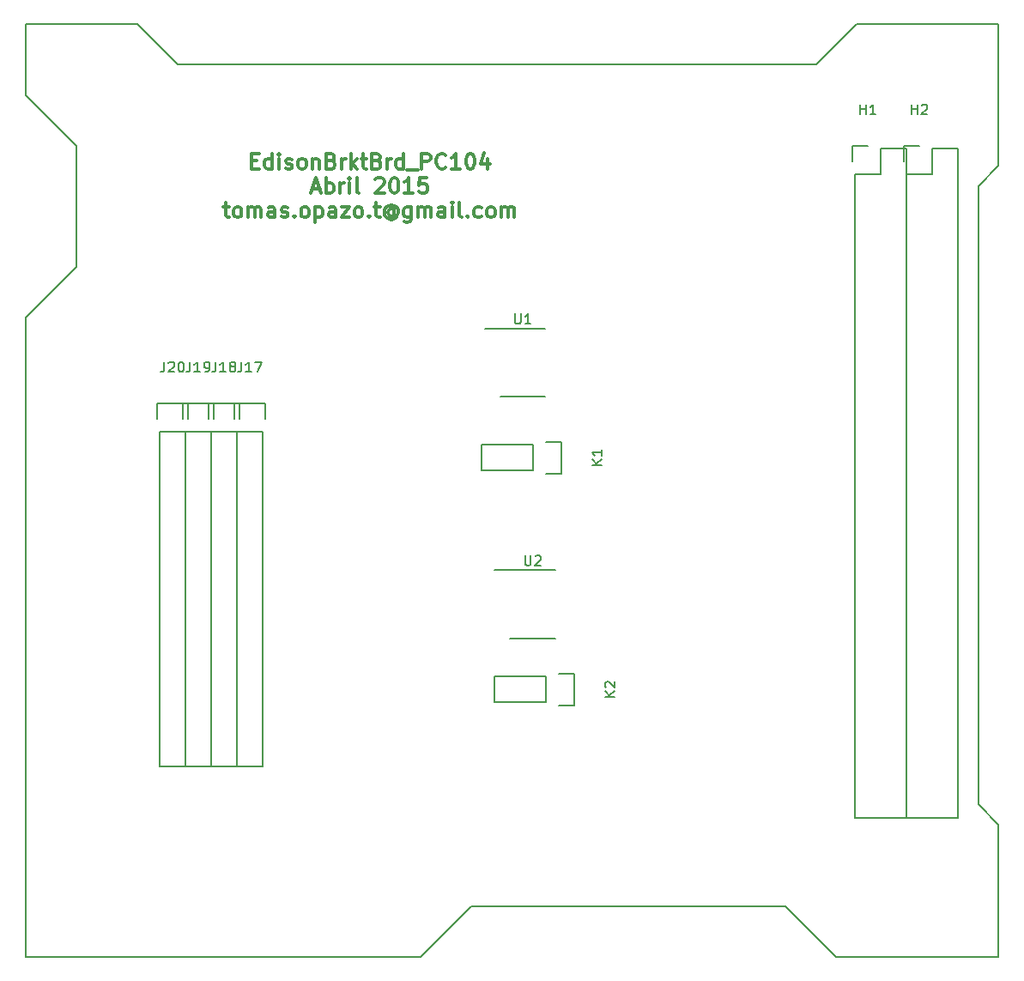
<source format=gbr>
G04 #@! TF.FileFunction,Legend,Top*
%FSLAX46Y46*%
G04 Gerber Fmt 4.6, Leading zero omitted, Abs format (unit mm)*
G04 Created by KiCad (PCBNEW (2015-04-08 BZR 5585)-product) date Thu 09 Apr 2015 06:27:39 PM CLST*
%MOMM*%
G01*
G04 APERTURE LIST*
%ADD10C,0.100000*%
%ADD11C,0.300000*%
%ADD12C,0.200000*%
%ADD13C,0.150000*%
G04 APERTURE END LIST*
D10*
D11*
X71321429Y-68492857D02*
X71821429Y-68492857D01*
X72035715Y-69278571D02*
X71321429Y-69278571D01*
X71321429Y-67778571D01*
X72035715Y-67778571D01*
X73321429Y-69278571D02*
X73321429Y-67778571D01*
X73321429Y-69207143D02*
X73178572Y-69278571D01*
X72892858Y-69278571D01*
X72750000Y-69207143D01*
X72678572Y-69135714D01*
X72607143Y-68992857D01*
X72607143Y-68564286D01*
X72678572Y-68421429D01*
X72750000Y-68350000D01*
X72892858Y-68278571D01*
X73178572Y-68278571D01*
X73321429Y-68350000D01*
X74035715Y-69278571D02*
X74035715Y-68278571D01*
X74035715Y-67778571D02*
X73964286Y-67850000D01*
X74035715Y-67921429D01*
X74107143Y-67850000D01*
X74035715Y-67778571D01*
X74035715Y-67921429D01*
X74678572Y-69207143D02*
X74821429Y-69278571D01*
X75107144Y-69278571D01*
X75250001Y-69207143D01*
X75321429Y-69064286D01*
X75321429Y-68992857D01*
X75250001Y-68850000D01*
X75107144Y-68778571D01*
X74892858Y-68778571D01*
X74750001Y-68707143D01*
X74678572Y-68564286D01*
X74678572Y-68492857D01*
X74750001Y-68350000D01*
X74892858Y-68278571D01*
X75107144Y-68278571D01*
X75250001Y-68350000D01*
X76178573Y-69278571D02*
X76035715Y-69207143D01*
X75964287Y-69135714D01*
X75892858Y-68992857D01*
X75892858Y-68564286D01*
X75964287Y-68421429D01*
X76035715Y-68350000D01*
X76178573Y-68278571D01*
X76392858Y-68278571D01*
X76535715Y-68350000D01*
X76607144Y-68421429D01*
X76678573Y-68564286D01*
X76678573Y-68992857D01*
X76607144Y-69135714D01*
X76535715Y-69207143D01*
X76392858Y-69278571D01*
X76178573Y-69278571D01*
X77321430Y-68278571D02*
X77321430Y-69278571D01*
X77321430Y-68421429D02*
X77392858Y-68350000D01*
X77535716Y-68278571D01*
X77750001Y-68278571D01*
X77892858Y-68350000D01*
X77964287Y-68492857D01*
X77964287Y-69278571D01*
X79178573Y-68492857D02*
X79392859Y-68564286D01*
X79464287Y-68635714D01*
X79535716Y-68778571D01*
X79535716Y-68992857D01*
X79464287Y-69135714D01*
X79392859Y-69207143D01*
X79250001Y-69278571D01*
X78678573Y-69278571D01*
X78678573Y-67778571D01*
X79178573Y-67778571D01*
X79321430Y-67850000D01*
X79392859Y-67921429D01*
X79464287Y-68064286D01*
X79464287Y-68207143D01*
X79392859Y-68350000D01*
X79321430Y-68421429D01*
X79178573Y-68492857D01*
X78678573Y-68492857D01*
X80178573Y-69278571D02*
X80178573Y-68278571D01*
X80178573Y-68564286D02*
X80250001Y-68421429D01*
X80321430Y-68350000D01*
X80464287Y-68278571D01*
X80607144Y-68278571D01*
X81107144Y-69278571D02*
X81107144Y-67778571D01*
X81250001Y-68707143D02*
X81678572Y-69278571D01*
X81678572Y-68278571D02*
X81107144Y-68850000D01*
X82107144Y-68278571D02*
X82678573Y-68278571D01*
X82321430Y-67778571D02*
X82321430Y-69064286D01*
X82392858Y-69207143D01*
X82535716Y-69278571D01*
X82678573Y-69278571D01*
X83678573Y-68492857D02*
X83892859Y-68564286D01*
X83964287Y-68635714D01*
X84035716Y-68778571D01*
X84035716Y-68992857D01*
X83964287Y-69135714D01*
X83892859Y-69207143D01*
X83750001Y-69278571D01*
X83178573Y-69278571D01*
X83178573Y-67778571D01*
X83678573Y-67778571D01*
X83821430Y-67850000D01*
X83892859Y-67921429D01*
X83964287Y-68064286D01*
X83964287Y-68207143D01*
X83892859Y-68350000D01*
X83821430Y-68421429D01*
X83678573Y-68492857D01*
X83178573Y-68492857D01*
X84678573Y-69278571D02*
X84678573Y-68278571D01*
X84678573Y-68564286D02*
X84750001Y-68421429D01*
X84821430Y-68350000D01*
X84964287Y-68278571D01*
X85107144Y-68278571D01*
X86250001Y-69278571D02*
X86250001Y-67778571D01*
X86250001Y-69207143D02*
X86107144Y-69278571D01*
X85821430Y-69278571D01*
X85678572Y-69207143D01*
X85607144Y-69135714D01*
X85535715Y-68992857D01*
X85535715Y-68564286D01*
X85607144Y-68421429D01*
X85678572Y-68350000D01*
X85821430Y-68278571D01*
X86107144Y-68278571D01*
X86250001Y-68350000D01*
X86607144Y-69421429D02*
X87750001Y-69421429D01*
X88107144Y-69278571D02*
X88107144Y-67778571D01*
X88678572Y-67778571D01*
X88821430Y-67850000D01*
X88892858Y-67921429D01*
X88964287Y-68064286D01*
X88964287Y-68278571D01*
X88892858Y-68421429D01*
X88821430Y-68492857D01*
X88678572Y-68564286D01*
X88107144Y-68564286D01*
X90464287Y-69135714D02*
X90392858Y-69207143D01*
X90178572Y-69278571D01*
X90035715Y-69278571D01*
X89821430Y-69207143D01*
X89678572Y-69064286D01*
X89607144Y-68921429D01*
X89535715Y-68635714D01*
X89535715Y-68421429D01*
X89607144Y-68135714D01*
X89678572Y-67992857D01*
X89821430Y-67850000D01*
X90035715Y-67778571D01*
X90178572Y-67778571D01*
X90392858Y-67850000D01*
X90464287Y-67921429D01*
X91892858Y-69278571D02*
X91035715Y-69278571D01*
X91464287Y-69278571D02*
X91464287Y-67778571D01*
X91321430Y-67992857D01*
X91178572Y-68135714D01*
X91035715Y-68207143D01*
X92821429Y-67778571D02*
X92964286Y-67778571D01*
X93107143Y-67850000D01*
X93178572Y-67921429D01*
X93250001Y-68064286D01*
X93321429Y-68350000D01*
X93321429Y-68707143D01*
X93250001Y-68992857D01*
X93178572Y-69135714D01*
X93107143Y-69207143D01*
X92964286Y-69278571D01*
X92821429Y-69278571D01*
X92678572Y-69207143D01*
X92607143Y-69135714D01*
X92535715Y-68992857D01*
X92464286Y-68707143D01*
X92464286Y-68350000D01*
X92535715Y-68064286D01*
X92607143Y-67921429D01*
X92678572Y-67850000D01*
X92821429Y-67778571D01*
X94607143Y-68278571D02*
X94607143Y-69278571D01*
X94250000Y-67707143D02*
X93892857Y-68778571D01*
X94821429Y-68778571D01*
X77321430Y-71250000D02*
X78035716Y-71250000D01*
X77178573Y-71678571D02*
X77678573Y-70178571D01*
X78178573Y-71678571D01*
X78678573Y-71678571D02*
X78678573Y-70178571D01*
X78678573Y-70750000D02*
X78821430Y-70678571D01*
X79107144Y-70678571D01*
X79250001Y-70750000D01*
X79321430Y-70821429D01*
X79392859Y-70964286D01*
X79392859Y-71392857D01*
X79321430Y-71535714D01*
X79250001Y-71607143D01*
X79107144Y-71678571D01*
X78821430Y-71678571D01*
X78678573Y-71607143D01*
X80035716Y-71678571D02*
X80035716Y-70678571D01*
X80035716Y-70964286D02*
X80107144Y-70821429D01*
X80178573Y-70750000D01*
X80321430Y-70678571D01*
X80464287Y-70678571D01*
X80964287Y-71678571D02*
X80964287Y-70678571D01*
X80964287Y-70178571D02*
X80892858Y-70250000D01*
X80964287Y-70321429D01*
X81035715Y-70250000D01*
X80964287Y-70178571D01*
X80964287Y-70321429D01*
X81892859Y-71678571D02*
X81750001Y-71607143D01*
X81678573Y-71464286D01*
X81678573Y-70178571D01*
X83535715Y-70321429D02*
X83607144Y-70250000D01*
X83750001Y-70178571D01*
X84107144Y-70178571D01*
X84250001Y-70250000D01*
X84321430Y-70321429D01*
X84392858Y-70464286D01*
X84392858Y-70607143D01*
X84321430Y-70821429D01*
X83464287Y-71678571D01*
X84392858Y-71678571D01*
X85321429Y-70178571D02*
X85464286Y-70178571D01*
X85607143Y-70250000D01*
X85678572Y-70321429D01*
X85750001Y-70464286D01*
X85821429Y-70750000D01*
X85821429Y-71107143D01*
X85750001Y-71392857D01*
X85678572Y-71535714D01*
X85607143Y-71607143D01*
X85464286Y-71678571D01*
X85321429Y-71678571D01*
X85178572Y-71607143D01*
X85107143Y-71535714D01*
X85035715Y-71392857D01*
X84964286Y-71107143D01*
X84964286Y-70750000D01*
X85035715Y-70464286D01*
X85107143Y-70321429D01*
X85178572Y-70250000D01*
X85321429Y-70178571D01*
X87250000Y-71678571D02*
X86392857Y-71678571D01*
X86821429Y-71678571D02*
X86821429Y-70178571D01*
X86678572Y-70392857D01*
X86535714Y-70535714D01*
X86392857Y-70607143D01*
X88607143Y-70178571D02*
X87892857Y-70178571D01*
X87821428Y-70892857D01*
X87892857Y-70821429D01*
X88035714Y-70750000D01*
X88392857Y-70750000D01*
X88535714Y-70821429D01*
X88607143Y-70892857D01*
X88678571Y-71035714D01*
X88678571Y-71392857D01*
X88607143Y-71535714D01*
X88535714Y-71607143D01*
X88392857Y-71678571D01*
X88035714Y-71678571D01*
X87892857Y-71607143D01*
X87821428Y-71535714D01*
X68535713Y-73078571D02*
X69107142Y-73078571D01*
X68749999Y-72578571D02*
X68749999Y-73864286D01*
X68821427Y-74007143D01*
X68964285Y-74078571D01*
X69107142Y-74078571D01*
X69821428Y-74078571D02*
X69678570Y-74007143D01*
X69607142Y-73935714D01*
X69535713Y-73792857D01*
X69535713Y-73364286D01*
X69607142Y-73221429D01*
X69678570Y-73150000D01*
X69821428Y-73078571D01*
X70035713Y-73078571D01*
X70178570Y-73150000D01*
X70249999Y-73221429D01*
X70321428Y-73364286D01*
X70321428Y-73792857D01*
X70249999Y-73935714D01*
X70178570Y-74007143D01*
X70035713Y-74078571D01*
X69821428Y-74078571D01*
X70964285Y-74078571D02*
X70964285Y-73078571D01*
X70964285Y-73221429D02*
X71035713Y-73150000D01*
X71178571Y-73078571D01*
X71392856Y-73078571D01*
X71535713Y-73150000D01*
X71607142Y-73292857D01*
X71607142Y-74078571D01*
X71607142Y-73292857D02*
X71678571Y-73150000D01*
X71821428Y-73078571D01*
X72035713Y-73078571D01*
X72178571Y-73150000D01*
X72249999Y-73292857D01*
X72249999Y-74078571D01*
X73607142Y-74078571D02*
X73607142Y-73292857D01*
X73535713Y-73150000D01*
X73392856Y-73078571D01*
X73107142Y-73078571D01*
X72964285Y-73150000D01*
X73607142Y-74007143D02*
X73464285Y-74078571D01*
X73107142Y-74078571D01*
X72964285Y-74007143D01*
X72892856Y-73864286D01*
X72892856Y-73721429D01*
X72964285Y-73578571D01*
X73107142Y-73507143D01*
X73464285Y-73507143D01*
X73607142Y-73435714D01*
X74249999Y-74007143D02*
X74392856Y-74078571D01*
X74678571Y-74078571D01*
X74821428Y-74007143D01*
X74892856Y-73864286D01*
X74892856Y-73792857D01*
X74821428Y-73650000D01*
X74678571Y-73578571D01*
X74464285Y-73578571D01*
X74321428Y-73507143D01*
X74249999Y-73364286D01*
X74249999Y-73292857D01*
X74321428Y-73150000D01*
X74464285Y-73078571D01*
X74678571Y-73078571D01*
X74821428Y-73150000D01*
X75535714Y-73935714D02*
X75607142Y-74007143D01*
X75535714Y-74078571D01*
X75464285Y-74007143D01*
X75535714Y-73935714D01*
X75535714Y-74078571D01*
X76464286Y-74078571D02*
X76321428Y-74007143D01*
X76250000Y-73935714D01*
X76178571Y-73792857D01*
X76178571Y-73364286D01*
X76250000Y-73221429D01*
X76321428Y-73150000D01*
X76464286Y-73078571D01*
X76678571Y-73078571D01*
X76821428Y-73150000D01*
X76892857Y-73221429D01*
X76964286Y-73364286D01*
X76964286Y-73792857D01*
X76892857Y-73935714D01*
X76821428Y-74007143D01*
X76678571Y-74078571D01*
X76464286Y-74078571D01*
X77607143Y-73078571D02*
X77607143Y-74578571D01*
X77607143Y-73150000D02*
X77750000Y-73078571D01*
X78035714Y-73078571D01*
X78178571Y-73150000D01*
X78250000Y-73221429D01*
X78321429Y-73364286D01*
X78321429Y-73792857D01*
X78250000Y-73935714D01*
X78178571Y-74007143D01*
X78035714Y-74078571D01*
X77750000Y-74078571D01*
X77607143Y-74007143D01*
X79607143Y-74078571D02*
X79607143Y-73292857D01*
X79535714Y-73150000D01*
X79392857Y-73078571D01*
X79107143Y-73078571D01*
X78964286Y-73150000D01*
X79607143Y-74007143D02*
X79464286Y-74078571D01*
X79107143Y-74078571D01*
X78964286Y-74007143D01*
X78892857Y-73864286D01*
X78892857Y-73721429D01*
X78964286Y-73578571D01*
X79107143Y-73507143D01*
X79464286Y-73507143D01*
X79607143Y-73435714D01*
X80178572Y-73078571D02*
X80964286Y-73078571D01*
X80178572Y-74078571D01*
X80964286Y-74078571D01*
X81750001Y-74078571D02*
X81607143Y-74007143D01*
X81535715Y-73935714D01*
X81464286Y-73792857D01*
X81464286Y-73364286D01*
X81535715Y-73221429D01*
X81607143Y-73150000D01*
X81750001Y-73078571D01*
X81964286Y-73078571D01*
X82107143Y-73150000D01*
X82178572Y-73221429D01*
X82250001Y-73364286D01*
X82250001Y-73792857D01*
X82178572Y-73935714D01*
X82107143Y-74007143D01*
X81964286Y-74078571D01*
X81750001Y-74078571D01*
X82892858Y-73935714D02*
X82964286Y-74007143D01*
X82892858Y-74078571D01*
X82821429Y-74007143D01*
X82892858Y-73935714D01*
X82892858Y-74078571D01*
X83392858Y-73078571D02*
X83964287Y-73078571D01*
X83607144Y-72578571D02*
X83607144Y-73864286D01*
X83678572Y-74007143D01*
X83821430Y-74078571D01*
X83964287Y-74078571D01*
X85392858Y-73364286D02*
X85321430Y-73292857D01*
X85178573Y-73221429D01*
X85035715Y-73221429D01*
X84892858Y-73292857D01*
X84821430Y-73364286D01*
X84750001Y-73507143D01*
X84750001Y-73650000D01*
X84821430Y-73792857D01*
X84892858Y-73864286D01*
X85035715Y-73935714D01*
X85178573Y-73935714D01*
X85321430Y-73864286D01*
X85392858Y-73792857D01*
X85392858Y-73221429D02*
X85392858Y-73792857D01*
X85464287Y-73864286D01*
X85535715Y-73864286D01*
X85678573Y-73792857D01*
X85750001Y-73650000D01*
X85750001Y-73292857D01*
X85607144Y-73078571D01*
X85392858Y-72935714D01*
X85107144Y-72864286D01*
X84821430Y-72935714D01*
X84607144Y-73078571D01*
X84464287Y-73292857D01*
X84392858Y-73578571D01*
X84464287Y-73864286D01*
X84607144Y-74078571D01*
X84821430Y-74221429D01*
X85107144Y-74292857D01*
X85392858Y-74221429D01*
X85607144Y-74078571D01*
X87035715Y-73078571D02*
X87035715Y-74292857D01*
X86964286Y-74435714D01*
X86892858Y-74507143D01*
X86750001Y-74578571D01*
X86535715Y-74578571D01*
X86392858Y-74507143D01*
X87035715Y-74007143D02*
X86892858Y-74078571D01*
X86607144Y-74078571D01*
X86464286Y-74007143D01*
X86392858Y-73935714D01*
X86321429Y-73792857D01*
X86321429Y-73364286D01*
X86392858Y-73221429D01*
X86464286Y-73150000D01*
X86607144Y-73078571D01*
X86892858Y-73078571D01*
X87035715Y-73150000D01*
X87750001Y-74078571D02*
X87750001Y-73078571D01*
X87750001Y-73221429D02*
X87821429Y-73150000D01*
X87964287Y-73078571D01*
X88178572Y-73078571D01*
X88321429Y-73150000D01*
X88392858Y-73292857D01*
X88392858Y-74078571D01*
X88392858Y-73292857D02*
X88464287Y-73150000D01*
X88607144Y-73078571D01*
X88821429Y-73078571D01*
X88964287Y-73150000D01*
X89035715Y-73292857D01*
X89035715Y-74078571D01*
X90392858Y-74078571D02*
X90392858Y-73292857D01*
X90321429Y-73150000D01*
X90178572Y-73078571D01*
X89892858Y-73078571D01*
X89750001Y-73150000D01*
X90392858Y-74007143D02*
X90250001Y-74078571D01*
X89892858Y-74078571D01*
X89750001Y-74007143D01*
X89678572Y-73864286D01*
X89678572Y-73721429D01*
X89750001Y-73578571D01*
X89892858Y-73507143D01*
X90250001Y-73507143D01*
X90392858Y-73435714D01*
X91107144Y-74078571D02*
X91107144Y-73078571D01*
X91107144Y-72578571D02*
X91035715Y-72650000D01*
X91107144Y-72721429D01*
X91178572Y-72650000D01*
X91107144Y-72578571D01*
X91107144Y-72721429D01*
X92035716Y-74078571D02*
X91892858Y-74007143D01*
X91821430Y-73864286D01*
X91821430Y-72578571D01*
X92607144Y-73935714D02*
X92678572Y-74007143D01*
X92607144Y-74078571D01*
X92535715Y-74007143D01*
X92607144Y-73935714D01*
X92607144Y-74078571D01*
X93964287Y-74007143D02*
X93821430Y-74078571D01*
X93535716Y-74078571D01*
X93392858Y-74007143D01*
X93321430Y-73935714D01*
X93250001Y-73792857D01*
X93250001Y-73364286D01*
X93321430Y-73221429D01*
X93392858Y-73150000D01*
X93535716Y-73078571D01*
X93821430Y-73078571D01*
X93964287Y-73150000D01*
X94821430Y-74078571D02*
X94678572Y-74007143D01*
X94607144Y-73935714D01*
X94535715Y-73792857D01*
X94535715Y-73364286D01*
X94607144Y-73221429D01*
X94678572Y-73150000D01*
X94821430Y-73078571D01*
X95035715Y-73078571D01*
X95178572Y-73150000D01*
X95250001Y-73221429D01*
X95321430Y-73364286D01*
X95321430Y-73792857D01*
X95250001Y-73935714D01*
X95178572Y-74007143D01*
X95035715Y-74078571D01*
X94821430Y-74078571D01*
X95964287Y-74078571D02*
X95964287Y-73078571D01*
X95964287Y-73221429D02*
X96035715Y-73150000D01*
X96178573Y-73078571D01*
X96392858Y-73078571D01*
X96535715Y-73150000D01*
X96607144Y-73292857D01*
X96607144Y-74078571D01*
X96607144Y-73292857D02*
X96678573Y-73150000D01*
X96821430Y-73078571D01*
X97035715Y-73078571D01*
X97178573Y-73150000D01*
X97250001Y-73292857D01*
X97250001Y-74078571D01*
D12*
X145000000Y-134000000D02*
X145000000Y-147000000D01*
X143000000Y-132000000D02*
X145000000Y-134000000D01*
X143000000Y-71000000D02*
X143000000Y-132000000D01*
X145000000Y-69000000D02*
X143000000Y-71000000D01*
X145000000Y-55000000D02*
X145000000Y-69000000D01*
X131000000Y-55000000D02*
X145000000Y-55000000D01*
X127000000Y-59000000D02*
X131000000Y-55000000D01*
X64000000Y-59000000D02*
X127000000Y-59000000D01*
X60000000Y-55000000D02*
X64000000Y-59000000D01*
X49000000Y-55000000D02*
X60000000Y-55000000D01*
X49000000Y-62000000D02*
X49000000Y-55000000D01*
X54000000Y-67000000D02*
X49000000Y-62000000D01*
X54000000Y-79000000D02*
X54000000Y-67000000D01*
X49000000Y-84000000D02*
X54000000Y-79000000D01*
X49000000Y-147000000D02*
X49000000Y-84000000D01*
X88000000Y-147000000D02*
X49000000Y-147000000D01*
X93000000Y-142000000D02*
X88000000Y-147000000D01*
X124000000Y-142000000D02*
X93000000Y-142000000D01*
X129000000Y-147000000D02*
X124000000Y-142000000D01*
X145000000Y-147000000D02*
X129000000Y-147000000D01*
D13*
X135890000Y-67310000D02*
X135890000Y-133350000D01*
X130810000Y-133350000D02*
X130810000Y-69850000D01*
X135890000Y-133350000D02*
X130810000Y-133350000D01*
X135890000Y-67310000D02*
X133350000Y-67310000D01*
X132080000Y-67030000D02*
X130530000Y-67030000D01*
X133350000Y-67310000D02*
X133350000Y-69850000D01*
X133350000Y-69850000D02*
X130810000Y-69850000D01*
X130530000Y-67030000D02*
X130530000Y-68580000D01*
X140970000Y-67310000D02*
X140970000Y-133350000D01*
X135890000Y-133350000D02*
X135890000Y-69850000D01*
X140970000Y-133350000D02*
X135890000Y-133350000D01*
X140970000Y-67310000D02*
X138430000Y-67310000D01*
X137160000Y-67030000D02*
X135610000Y-67030000D01*
X138430000Y-67310000D02*
X138430000Y-69850000D01*
X138430000Y-69850000D02*
X135890000Y-69850000D01*
X135610000Y-67030000D02*
X135610000Y-68580000D01*
X69850000Y-95250000D02*
X69850000Y-128270000D01*
X69850000Y-128270000D02*
X72390000Y-128270000D01*
X72390000Y-128270000D02*
X72390000Y-95250000D01*
X72670000Y-92430000D02*
X72670000Y-93980000D01*
X72390000Y-95250000D02*
X69850000Y-95250000D01*
X69570000Y-93980000D02*
X69570000Y-92430000D01*
X69570000Y-92430000D02*
X72670000Y-92430000D01*
X67310000Y-95250000D02*
X67310000Y-128270000D01*
X67310000Y-128270000D02*
X69850000Y-128270000D01*
X69850000Y-128270000D02*
X69850000Y-95250000D01*
X70130000Y-92430000D02*
X70130000Y-93980000D01*
X69850000Y-95250000D02*
X67310000Y-95250000D01*
X67030000Y-93980000D02*
X67030000Y-92430000D01*
X67030000Y-92430000D02*
X70130000Y-92430000D01*
X64770000Y-95250000D02*
X64770000Y-128270000D01*
X64770000Y-128270000D02*
X67310000Y-128270000D01*
X67310000Y-128270000D02*
X67310000Y-95250000D01*
X67590000Y-92430000D02*
X67590000Y-93980000D01*
X67310000Y-95250000D02*
X64770000Y-95250000D01*
X64490000Y-93980000D02*
X64490000Y-92430000D01*
X64490000Y-92430000D02*
X67590000Y-92430000D01*
X62230000Y-95250000D02*
X62230000Y-128270000D01*
X62230000Y-128270000D02*
X64770000Y-128270000D01*
X64770000Y-128270000D02*
X64770000Y-95250000D01*
X65050000Y-92430000D02*
X65050000Y-93980000D01*
X64770000Y-95250000D02*
X62230000Y-95250000D01*
X61950000Y-93980000D02*
X61950000Y-92430000D01*
X61950000Y-92430000D02*
X65050000Y-92430000D01*
X99060000Y-96520000D02*
X93980000Y-96520000D01*
X93980000Y-96520000D02*
X93980000Y-99060000D01*
X93980000Y-99060000D02*
X99060000Y-99060000D01*
X101880000Y-99340000D02*
X100330000Y-99340000D01*
X99060000Y-99060000D02*
X99060000Y-96520000D01*
X100330000Y-96240000D02*
X101880000Y-96240000D01*
X101880000Y-96240000D02*
X101880000Y-99340000D01*
X100330000Y-119380000D02*
X95250000Y-119380000D01*
X95250000Y-119380000D02*
X95250000Y-121920000D01*
X95250000Y-121920000D02*
X100330000Y-121920000D01*
X103150000Y-122200000D02*
X101600000Y-122200000D01*
X100330000Y-121920000D02*
X100330000Y-119380000D01*
X101600000Y-119100000D02*
X103150000Y-119100000D01*
X103150000Y-119100000D02*
X103150000Y-122200000D01*
X95825000Y-91785000D02*
X100275000Y-91785000D01*
X94300000Y-85035000D02*
X100275000Y-85035000D01*
X96825000Y-115635000D02*
X101275000Y-115635000D01*
X95300000Y-108885000D02*
X101275000Y-108885000D01*
X131318095Y-63932381D02*
X131318095Y-62932381D01*
X131318095Y-63408571D02*
X131889524Y-63408571D01*
X131889524Y-63932381D02*
X131889524Y-62932381D01*
X132889524Y-63932381D02*
X132318095Y-63932381D01*
X132603809Y-63932381D02*
X132603809Y-62932381D01*
X132508571Y-63075238D01*
X132413333Y-63170476D01*
X132318095Y-63218095D01*
X136398095Y-63932381D02*
X136398095Y-62932381D01*
X136398095Y-63408571D02*
X136969524Y-63408571D01*
X136969524Y-63932381D02*
X136969524Y-62932381D01*
X137398095Y-63027619D02*
X137445714Y-62980000D01*
X137540952Y-62932381D01*
X137779048Y-62932381D01*
X137874286Y-62980000D01*
X137921905Y-63027619D01*
X137969524Y-63122857D01*
X137969524Y-63218095D01*
X137921905Y-63360952D01*
X137350476Y-63932381D01*
X137969524Y-63932381D01*
X70310477Y-88332381D02*
X70310477Y-89046667D01*
X70262857Y-89189524D01*
X70167619Y-89284762D01*
X70024762Y-89332381D01*
X69929524Y-89332381D01*
X71310477Y-89332381D02*
X70739048Y-89332381D01*
X71024762Y-89332381D02*
X71024762Y-88332381D01*
X70929524Y-88475238D01*
X70834286Y-88570476D01*
X70739048Y-88618095D01*
X71643810Y-88332381D02*
X72310477Y-88332381D01*
X71881905Y-89332381D01*
X67770477Y-88332381D02*
X67770477Y-89046667D01*
X67722857Y-89189524D01*
X67627619Y-89284762D01*
X67484762Y-89332381D01*
X67389524Y-89332381D01*
X68770477Y-89332381D02*
X68199048Y-89332381D01*
X68484762Y-89332381D02*
X68484762Y-88332381D01*
X68389524Y-88475238D01*
X68294286Y-88570476D01*
X68199048Y-88618095D01*
X69341905Y-88760952D02*
X69246667Y-88713333D01*
X69199048Y-88665714D01*
X69151429Y-88570476D01*
X69151429Y-88522857D01*
X69199048Y-88427619D01*
X69246667Y-88380000D01*
X69341905Y-88332381D01*
X69532382Y-88332381D01*
X69627620Y-88380000D01*
X69675239Y-88427619D01*
X69722858Y-88522857D01*
X69722858Y-88570476D01*
X69675239Y-88665714D01*
X69627620Y-88713333D01*
X69532382Y-88760952D01*
X69341905Y-88760952D01*
X69246667Y-88808571D01*
X69199048Y-88856190D01*
X69151429Y-88951429D01*
X69151429Y-89141905D01*
X69199048Y-89237143D01*
X69246667Y-89284762D01*
X69341905Y-89332381D01*
X69532382Y-89332381D01*
X69627620Y-89284762D01*
X69675239Y-89237143D01*
X69722858Y-89141905D01*
X69722858Y-88951429D01*
X69675239Y-88856190D01*
X69627620Y-88808571D01*
X69532382Y-88760952D01*
X65230477Y-88332381D02*
X65230477Y-89046667D01*
X65182857Y-89189524D01*
X65087619Y-89284762D01*
X64944762Y-89332381D01*
X64849524Y-89332381D01*
X66230477Y-89332381D02*
X65659048Y-89332381D01*
X65944762Y-89332381D02*
X65944762Y-88332381D01*
X65849524Y-88475238D01*
X65754286Y-88570476D01*
X65659048Y-88618095D01*
X66706667Y-89332381D02*
X66897143Y-89332381D01*
X66992382Y-89284762D01*
X67040001Y-89237143D01*
X67135239Y-89094286D01*
X67182858Y-88903810D01*
X67182858Y-88522857D01*
X67135239Y-88427619D01*
X67087620Y-88380000D01*
X66992382Y-88332381D01*
X66801905Y-88332381D01*
X66706667Y-88380000D01*
X66659048Y-88427619D01*
X66611429Y-88522857D01*
X66611429Y-88760952D01*
X66659048Y-88856190D01*
X66706667Y-88903810D01*
X66801905Y-88951429D01*
X66992382Y-88951429D01*
X67087620Y-88903810D01*
X67135239Y-88856190D01*
X67182858Y-88760952D01*
X62690477Y-88332381D02*
X62690477Y-89046667D01*
X62642857Y-89189524D01*
X62547619Y-89284762D01*
X62404762Y-89332381D01*
X62309524Y-89332381D01*
X63119048Y-88427619D02*
X63166667Y-88380000D01*
X63261905Y-88332381D01*
X63500001Y-88332381D01*
X63595239Y-88380000D01*
X63642858Y-88427619D01*
X63690477Y-88522857D01*
X63690477Y-88618095D01*
X63642858Y-88760952D01*
X63071429Y-89332381D01*
X63690477Y-89332381D01*
X64309524Y-88332381D02*
X64404763Y-88332381D01*
X64500001Y-88380000D01*
X64547620Y-88427619D01*
X64595239Y-88522857D01*
X64642858Y-88713333D01*
X64642858Y-88951429D01*
X64595239Y-89141905D01*
X64547620Y-89237143D01*
X64500001Y-89284762D01*
X64404763Y-89332381D01*
X64309524Y-89332381D01*
X64214286Y-89284762D01*
X64166667Y-89237143D01*
X64119048Y-89141905D01*
X64071429Y-88951429D01*
X64071429Y-88713333D01*
X64119048Y-88522857D01*
X64166667Y-88427619D01*
X64214286Y-88380000D01*
X64309524Y-88332381D01*
X105882381Y-98528095D02*
X104882381Y-98528095D01*
X105882381Y-97956666D02*
X105310952Y-98385238D01*
X104882381Y-97956666D02*
X105453810Y-98528095D01*
X105882381Y-97004285D02*
X105882381Y-97575714D01*
X105882381Y-97290000D02*
X104882381Y-97290000D01*
X105025238Y-97385238D01*
X105120476Y-97480476D01*
X105168095Y-97575714D01*
X107152381Y-121388095D02*
X106152381Y-121388095D01*
X107152381Y-120816666D02*
X106580952Y-121245238D01*
X106152381Y-120816666D02*
X106723810Y-121388095D01*
X106247619Y-120435714D02*
X106200000Y-120388095D01*
X106152381Y-120292857D01*
X106152381Y-120054761D01*
X106200000Y-119959523D01*
X106247619Y-119911904D01*
X106342857Y-119864285D01*
X106438095Y-119864285D01*
X106580952Y-119911904D01*
X107152381Y-120483333D01*
X107152381Y-119864285D01*
X97288095Y-83562381D02*
X97288095Y-84371905D01*
X97335714Y-84467143D01*
X97383333Y-84514762D01*
X97478571Y-84562381D01*
X97669048Y-84562381D01*
X97764286Y-84514762D01*
X97811905Y-84467143D01*
X97859524Y-84371905D01*
X97859524Y-83562381D01*
X98859524Y-84562381D02*
X98288095Y-84562381D01*
X98573809Y-84562381D02*
X98573809Y-83562381D01*
X98478571Y-83705238D01*
X98383333Y-83800476D01*
X98288095Y-83848095D01*
X98288095Y-107412381D02*
X98288095Y-108221905D01*
X98335714Y-108317143D01*
X98383333Y-108364762D01*
X98478571Y-108412381D01*
X98669048Y-108412381D01*
X98764286Y-108364762D01*
X98811905Y-108317143D01*
X98859524Y-108221905D01*
X98859524Y-107412381D01*
X99288095Y-107507619D02*
X99335714Y-107460000D01*
X99430952Y-107412381D01*
X99669048Y-107412381D01*
X99764286Y-107460000D01*
X99811905Y-107507619D01*
X99859524Y-107602857D01*
X99859524Y-107698095D01*
X99811905Y-107840952D01*
X99240476Y-108412381D01*
X99859524Y-108412381D01*
M02*

</source>
